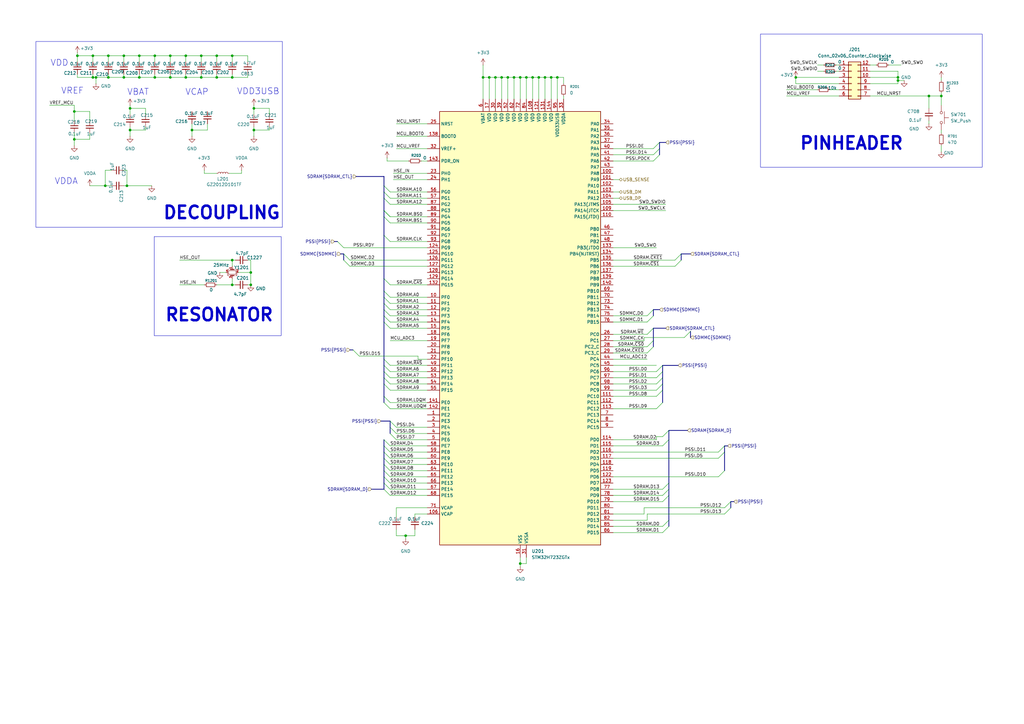
<source format=kicad_sch>
(kicad_sch (version 20250114) (generator "eeschema") (generator_version "9.0")
  (paper "A3")
  (bus_alias "RMII" (members "MDIO" "REF_CLK" "RXD[0..1]" "TXD[0..1]" "MDC" "TX_EN" "RX_EN"))
  (rectangle (start 63.246 97.028) (end 115.316 137.668))
  (rectangle (start 311.912 13.97) (end 402.844 68.58))
  (rectangle (start 14.732 17.018) (end 115.824 93.218))
  (text "PINHEADER" (at 349.25 58.928 0) (effects (font (size 5.08 5.08) (thickness 1.016) (bold yes))))
  (text "VCAP" (at 80.772 37.846 0) (effects (font (size 2.54 2.54))))
  (text "VDD3USB" (at 105.918 37.592 0) (effects (font (size 2.54 2.54))))
  (text "VDD" (at 24.384 25.908 0) (effects (font (size 2.54 2.54))))
  (text "RESONATOR" (at 89.916 129.286 0) (effects (font (size 5.08 5.08) (thickness 1.016) (bold yes))))
  (text "VREF" (at 29.718 37.338 0) (effects (font (size 2.54 2.54))))
  (text "DECOUPLING" (at 90.932 87.376 0) (effects (font (size 5.08 5.08) (thickness 1.016) (bold yes))))
  (text "VBAT" (at 56.642 37.846 0) (effects (font (size 2.54 2.54))))
  (text "VDDA" (at 27.178 74.422 0) (effects (font (size 2.54 2.54))))
  (junction (at 76.2 22.86))
  (junction (at 50.8 22.86))
  (junction (at 63.5 22.86))
  (junction (at 38.1 22.86))
  (junction (at 228.6 31.75))
  (junction (at 198.12 31.75))
  (junction (at 53.34 53.34))
  (junction (at 57.15 31.75))
  (junction (at 213.36 231.14))
  (junction (at 76.2 31.75))
  (junction (at 44.45 22.86))
  (junction (at 95.25 22.86))
  (junction (at 30.48 57.15))
  (junction (at 205.74 31.75))
  (junction (at 368.3 33.02))
  (junction (at 52.07 76.2))
  (junction (at 38.1 31.75))
  (junction (at 53.34 44.45))
  (junction (at 200.66 31.75))
  (junction (at 102.87 116.84))
  (junction (at 88.9 31.75))
  (junction (at 210.82 31.75))
  (junction (at 102.87 111.76))
  (junction (at 223.52 31.75))
  (junction (at 31.75 22.86))
  (junction (at 218.44 31.75))
  (junction (at 213.36 31.75))
  (junction (at 57.15 22.86))
  (junction (at 69.85 31.75))
  (junction (at 88.9 22.86))
  (junction (at 386.08 39.37))
  (junction (at 44.45 31.75))
  (junction (at 78.74 53.34))
  (junction (at 368.3 31.75))
  (junction (at 226.06 31.75))
  (junction (at 95.25 116.84))
  (junction (at 82.55 31.75))
  (junction (at 82.55 22.86))
  (junction (at 166.37 219.71))
  (junction (at 95.25 106.68))
  (junction (at 39.37 31.75))
  (junction (at 203.2 31.75))
  (junction (at 220.98 31.75))
  (junction (at 104.14 53.34))
  (junction (at 215.9 31.75))
  (junction (at 63.5 31.75))
  (junction (at 381 39.37))
  (junction (at 95.25 31.75))
  (junction (at 50.8 31.75))
  (junction (at 30.48 45.72))
  (junction (at 69.85 22.86))
  (junction (at 43.18 76.2))
  (junction (at 104.14 44.45))
  (junction (at 326.39 31.75))
  (junction (at 208.28 31.75))
  (bus_entry (at 269.24 152.4) (size 2.54 -2.54))
  (bus_entry (at 294.64 185.42) (size 2.54 -2.54))
  (bus_entry (at 265.43 132.08) (size 2.54 -2.54))
  (bus_entry (at 279.4 106.68) (size -2.54 2.54))
  (bus_entry (at 157.48 121.92) (size 2.54 2.54))
  (bus_entry (at 267.97 60.96) (size 2.54 -2.54))
  (bus_entry (at 157.48 78.74) (size 2.54 2.54))
  (bus_entry (at 269.24 162.56) (size 2.54 -2.54))
  (bus_entry (at 160.02 172.72) (size 2.54 2.54))
  (bus_entry (at 157.48 147.32) (size 2.54 2.54))
  (bus_entry (at 157.48 76.2) (size 2.54 2.54))
  (bus_entry (at 157.48 195.58) (size 2.54 2.54))
  (bus_entry (at 265.43 129.54) (size 2.54 -2.54))
  (bus_entry (at 157.48 86.36) (size 2.54 2.54))
  (bus_entry (at 157.48 200.66) (size 2.54 2.54))
  (bus_entry (at 267.97 63.5) (size 2.54 -2.54))
  (bus_entry (at 274.32 176.53) (size -2.54 2.54))
  (bus_entry (at 269.24 160.02) (size 2.54 -2.54))
  (bus_entry (at 157.48 114.3) (size 2.54 2.54))
  (bus_entry (at 138.43 99.06) (size 2.54 2.54))
  (bus_entry (at 269.24 157.48) (size 2.54 -2.54))
  (bus_entry (at 157.48 182.88) (size 2.54 2.54))
  (bus_entry (at 157.48 132.08) (size 2.54 2.54))
  (bus_entry (at 274.32 213.36) (size -2.54 2.54))
  (bus_entry (at 157.48 149.86) (size 2.54 2.54))
  (bus_entry (at 274.32 200.66) (size -2.54 2.54))
  (bus_entry (at 269.24 154.94) (size 2.54 -2.54))
  (bus_entry (at 274.32 198.12) (size -2.54 2.54))
  (bus_entry (at 160.02 175.26) (size 2.54 2.54))
  (bus_entry (at 157.48 162.56) (size 2.54 2.54))
  (bus_entry (at 157.48 81.28) (size 2.54 2.54))
  (bus_entry (at 157.48 193.04) (size 2.54 2.54))
  (bus_entry (at 267.97 142.24) (size -2.54 2.54))
  (bus_entry (at 157.48 180.34) (size 2.54 2.54))
  (bus_entry (at 144.78 143.51) (size 2.54 2.54))
  (bus_entry (at 157.48 96.52) (size 2.54 2.54))
  (bus_entry (at 297.18 208.28) (size 2.54 -2.54))
  (bus_entry (at 157.48 88.9) (size 2.54 2.54))
  (bus_entry (at 157.48 127) (size 2.54 2.54))
  (bus_entry (at 274.32 215.9) (size -2.54 2.54))
  (bus_entry (at 297.18 210.82) (size 2.54 -2.54))
  (bus_entry (at 267.97 134.62) (size -2.54 2.54))
  (bus_entry (at 157.48 190.5) (size 2.54 2.54))
  (bus_entry (at 157.48 187.96) (size 2.54 2.54))
  (bus_entry (at 157.48 124.46) (size 2.54 2.54))
  (bus_entry (at 280.67 138.43) (size 2.54 -2.54))
  (bus_entry (at 157.48 157.48) (size 2.54 2.54))
  (bus_entry (at 157.48 152.4) (size 2.54 2.54))
  (bus_entry (at 143.51 109.22) (size -2.54 -2.54))
  (bus_entry (at 267.97 66.04) (size 2.54 -2.54))
  (bus_entry (at 157.48 86.36) (size 2.54 2.54))
  (bus_entry (at 274.32 180.34) (size -2.54 2.54))
  (bus_entry (at 267.97 139.7) (size -2.54 2.54))
  (bus_entry (at 274.32 203.2) (size -2.54 2.54))
  (bus_entry (at 294.64 187.96) (size 2.54 -2.54))
  (bus_entry (at 157.48 198.12) (size 2.54 2.54))
  (bus_entry (at 157.48 154.94) (size 2.54 2.54))
  (bus_entry (at 294.64 195.58) (size 2.54 -2.54))
  (bus_entry (at 269.24 167.64) (size 2.54 -2.54))
  (bus_entry (at 157.48 185.42) (size 2.54 2.54))
  (bus_entry (at 279.4 104.14) (size -2.54 2.54))
  (bus_entry (at 160.02 177.8) (size 2.54 2.54))
  (bus_entry (at 157.48 129.54) (size 2.54 2.54))
  (bus_entry (at 157.48 119.38) (size 2.54 2.54))
  (bus_entry (at 143.51 106.68) (size -2.54 -2.54))
  (bus_entry (at 157.48 165.1) (size 2.54 2.54))
  (wire (pts (xy 160.02 182.88) (xy 175.26 182.88)))
  (wire (pts (xy 381 44.45) (xy 381 39.37)))
  (wire (pts (xy 104.14 44.45) (xy 104.14 46.99)))
  (wire (pts (xy 356.87 29.21) (xy 368.3 29.21)))
  (wire (pts (xy 322.58 36.83) (xy 335.28 36.83)))
  (bus (pts (xy 157.48 81.28) (xy 157.48 86.36)))
  (wire (pts (xy 160.02 203.2) (xy 175.26 203.2)))
  (wire (pts (xy 104.14 53.34) (xy 110.49 53.34)))
  (wire (pts (xy 101.6 22.86) (xy 95.25 22.86)))
  (wire (pts (xy 220.98 31.75) (xy 220.98 40.64)))
  (wire (pts (xy 101.6 30.48) (xy 101.6 31.75)))
  (wire (pts (xy 160.02 139.7) (xy 175.26 139.7)))
  (bus (pts (xy 274.32 213.36) (xy 274.32 215.9)))
  (wire (pts (xy 265.43 213.36) (xy 251.46 213.36)))
  (bus (pts (xy 157.48 72.39) (xy 157.48 76.2)))
  (wire (pts (xy 251.46 187.96) (xy 294.64 187.96)))
  (wire (pts (xy 198.12 31.75) (xy 200.66 31.75)))
  (wire (pts (xy 228.6 31.75) (xy 231.14 31.75)))
  (wire (pts (xy 166.37 219.71) (xy 170.18 219.71)))
  (wire (pts (xy 251.46 129.54) (xy 265.43 129.54)))
  (wire (pts (xy 170.18 210.82) (xy 175.26 210.82)))
  (bus (pts (xy 152.4 200.66) (xy 157.48 200.66)))
  (wire (pts (xy 63.5 31.75) (xy 69.85 31.75)))
  (wire (pts (xy 251.46 200.66) (xy 271.78 200.66)))
  (bus (pts (xy 157.48 198.12) (xy 157.48 195.58)))
  (bus (pts (xy 137.16 99.06) (xy 138.43 99.06)))
  (wire (pts (xy 251.46 147.32) (xy 265.43 147.32)))
  (bus (pts (xy 279.4 104.14) (xy 283.21 104.14)))
  (wire (pts (xy 31.75 22.86) (xy 31.75 25.4)))
  (bus (pts (xy 300.99 205.74) (xy 299.72 205.74)))
  (wire (pts (xy 386.08 38.1) (xy 386.08 39.37)))
  (wire (pts (xy 160.02 152.4) (xy 175.26 152.4)))
  (bus (pts (xy 143.51 143.51) (xy 144.78 143.51)))
  (bus (pts (xy 157.48 193.04) (xy 157.48 195.58)))
  (wire (pts (xy 322.58 39.37) (xy 344.17 39.37)))
  (wire (pts (xy 200.66 31.75) (xy 200.66 40.64)))
  (bus (pts (xy 274.32 198.12) (xy 274.32 180.34)))
  (wire (pts (xy 39.37 31.75) (xy 44.45 31.75)))
  (wire (pts (xy 356.87 26.67) (xy 359.41 26.67)))
  (wire (pts (xy 335.28 26.67) (xy 337.82 26.67)))
  (bus (pts (xy 271.78 154.94) (xy 271.78 157.48)))
  (bus (pts (xy 157.48 86.36) (xy 157.48 88.9)))
  (wire (pts (xy 215.9 31.75) (xy 218.44 31.75)))
  (wire (pts (xy 44.45 31.75) (xy 50.8 31.75)))
  (wire (pts (xy 143.51 106.68) (xy 175.26 106.68)))
  (wire (pts (xy 20.32 43.18) (xy 30.48 43.18)))
  (wire (pts (xy 160.02 154.94) (xy 175.26 154.94)))
  (wire (pts (xy 69.85 22.86) (xy 69.85 25.4)))
  (wire (pts (xy 63.5 31.75) (xy 63.5 30.48)))
  (bus (pts (xy 157.48 129.54) (xy 157.48 132.08)))
  (wire (pts (xy 104.14 53.34) (xy 104.14 52.07)))
  (wire (pts (xy 53.34 43.18) (xy 53.34 44.45)))
  (wire (pts (xy 269.24 180.34) (xy 251.46 180.34)))
  (bus (pts (xy 157.48 157.48) (xy 157.48 162.56)))
  (wire (pts (xy 265.43 210.82) (xy 297.18 210.82)))
  (wire (pts (xy 162.56 50.8) (xy 175.26 50.8)))
  (wire (pts (xy 335.28 29.21) (xy 337.82 29.21)))
  (bus (pts (xy 157.48 78.74) (xy 157.48 81.28)))
  (bus (pts (xy 157.48 114.3) (xy 157.48 119.38)))
  (wire (pts (xy 381 39.37) (xy 386.08 39.37)))
  (wire (pts (xy 162.56 217.17) (xy 162.56 219.71)))
  (wire (pts (xy 175.26 208.28) (xy 162.56 208.28)))
  (wire (pts (xy 96.52 116.84) (xy 95.25 116.84)))
  (wire (pts (xy 88.9 31.75) (xy 95.25 31.75)))
  (wire (pts (xy 162.56 175.26) (xy 175.26 175.26)))
  (bus (pts (xy 297.18 182.88) (xy 297.18 185.42)))
  (wire (pts (xy 36.83 76.2) (xy 43.18 76.2)))
  (wire (pts (xy 251.46 215.9) (xy 271.78 215.9)))
  (wire (pts (xy 172.72 66.04) (xy 175.26 66.04)))
  (wire (pts (xy 160.02 81.28) (xy 175.26 81.28)))
  (wire (pts (xy 30.48 45.72) (xy 36.83 45.72)))
  (wire (pts (xy 160.02 132.08) (xy 175.26 132.08)))
  (wire (pts (xy 44.45 22.86) (xy 50.8 22.86)))
  (wire (pts (xy 102.87 111.76) (xy 97.79 111.76)))
  (wire (pts (xy 160.02 134.62) (xy 175.26 134.62)))
  (wire (pts (xy 251.46 66.04) (xy 267.97 66.04)))
  (wire (pts (xy 110.49 44.45) (xy 110.49 46.99)))
  (bus (pts (xy 274.32 213.36) (xy 274.32 203.2)))
  (wire (pts (xy 44.45 22.86) (xy 44.45 25.4)))
  (wire (pts (xy 160.02 99.06) (xy 175.26 99.06)))
  (wire (pts (xy 69.85 31.75) (xy 69.85 30.48)))
  (wire (pts (xy 251.46 139.7) (xy 264.16 139.7)))
  (wire (pts (xy 171.45 147.32) (xy 175.26 147.32)))
  (bus (pts (xy 157.48 187.96) (xy 157.48 190.5)))
  (bus (pts (xy 267.97 139.7) (xy 267.97 142.24)))
  (wire (pts (xy 30.48 43.18) (xy 30.48 45.72)))
  (wire (pts (xy 52.07 76.2) (xy 50.8 76.2)))
  (wire (pts (xy 228.6 31.75) (xy 228.6 40.64)))
  (wire (pts (xy 99.06 69.85) (xy 99.06 71.12)))
  (wire (pts (xy 386.08 53.34) (xy 386.08 54.61)))
  (wire (pts (xy 160.02 116.84) (xy 175.26 116.84)))
  (wire (pts (xy 269.24 179.07) (xy 271.78 179.07)))
  (wire (pts (xy 50.8 22.86) (xy 57.15 22.86)))
  (bus (pts (xy 267.97 134.62) (xy 267.97 139.7)))
  (wire (pts (xy 198.12 26.67) (xy 198.12 31.75)))
  (wire (pts (xy 50.8 22.86) (xy 50.8 25.4)))
  (wire (pts (xy 101.6 25.4) (xy 101.6 22.86)))
  (wire (pts (xy 386.08 39.37) (xy 386.08 43.18)))
  (wire (pts (xy 215.9 228.6) (xy 215.9 231.14)))
  (wire (pts (xy 53.34 53.34) (xy 53.34 55.88)))
  (wire (pts (xy 30.48 45.72) (xy 30.48 49.53)))
  (wire (pts (xy 73.66 106.68) (xy 95.25 106.68)))
  (bus (pts (xy 271.78 152.4) (xy 271.78 154.94)))
  (bus (pts (xy 267.97 134.62) (xy 273.05 134.62)))
  (wire (pts (xy 83.82 69.85) (xy 83.82 71.12)))
  (wire (pts (xy 251.46 162.56) (xy 269.24 162.56)))
  (wire (pts (xy 170.18 212.09) (xy 170.18 210.82)))
  (wire (pts (xy 160.02 198.12) (xy 175.26 198.12)))
  (bus (pts (xy 274.32 180.34) (xy 274.32 176.53)))
  (wire (pts (xy 160.02 127) (xy 175.26 127)))
  (wire (pts (xy 160.02 187.96) (xy 175.26 187.96)))
  (bus (pts (xy 157.48 187.96) (xy 157.48 185.42)))
  (wire (pts (xy 38.1 31.75) (xy 39.37 31.75)))
  (wire (pts (xy 251.46 157.48) (xy 269.24 157.48)))
  (wire (pts (xy 161.29 71.12) (xy 175.26 71.12)))
  (wire (pts (xy 356.87 34.29) (xy 368.3 34.29)))
  (bus (pts (xy 299.72 205.74) (xy 299.72 208.28)))
  (wire (pts (xy 50.8 31.75) (xy 50.8 30.48)))
  (wire (pts (xy 251.46 218.44) (xy 271.78 218.44)))
  (wire (pts (xy 31.75 22.86) (xy 38.1 22.86)))
  (wire (pts (xy 226.06 31.75) (xy 228.6 31.75)))
  (wire (pts (xy 166.37 219.71) (xy 166.37 220.98)))
  (wire (pts (xy 203.2 31.75) (xy 205.74 31.75)))
  (bus (pts (xy 157.48 162.56) (xy 157.48 165.1)))
  (wire (pts (xy 226.06 31.75) (xy 226.06 40.64)))
  (wire (pts (xy 30.48 57.15) (xy 30.48 59.69)))
  (wire (pts (xy 251.46 160.02) (xy 269.24 160.02)))
  (wire (pts (xy 38.1 22.86) (xy 44.45 22.86)))
  (wire (pts (xy 59.69 53.34) (xy 59.69 52.07)))
  (bus (pts (xy 157.48 200.66) (xy 157.48 198.12)))
  (wire (pts (xy 53.34 53.34) (xy 59.69 53.34)))
  (wire (pts (xy 161.29 73.66) (xy 175.26 73.66)))
  (wire (pts (xy 53.34 53.34) (xy 53.34 52.07)))
  (wire (pts (xy 160.02 121.92) (xy 175.26 121.92)))
  (bus (pts (xy 157.48 132.08) (xy 157.48 147.32)))
  (wire (pts (xy 140.97 101.6) (xy 175.26 101.6)))
  (wire (pts (xy 264.16 208.28) (xy 297.18 208.28)))
  (wire (pts (xy 251.46 137.16) (xy 265.43 137.16)))
  (wire (pts (xy 82.55 22.86) (xy 82.55 25.4)))
  (bus (pts (xy 157.48 76.2) (xy 157.48 78.74)))
  (wire (pts (xy 251.46 109.22) (xy 276.86 109.22)))
  (wire (pts (xy 57.15 31.75) (xy 63.5 31.75)))
  (wire (pts (xy 78.74 53.34) (xy 85.09 53.34)))
  (wire (pts (xy 160.02 165.1) (xy 175.26 165.1)))
  (wire (pts (xy 69.85 31.75) (xy 76.2 31.75)))
  (bus (pts (xy 271.78 160.02) (xy 271.78 165.1)))
  (bus (pts (xy 157.48 124.46) (xy 157.48 127)))
  (wire (pts (xy 83.82 116.84) (xy 73.66 116.84)))
  (wire (pts (xy 231.14 39.37) (xy 231.14 40.64)))
  (wire (pts (xy 63.5 22.86) (xy 69.85 22.86)))
  (wire (pts (xy 147.32 146.05) (xy 171.45 146.05)))
  (wire (pts (xy 251.46 182.88) (xy 271.78 182.88)))
  (wire (pts (xy 223.52 31.75) (xy 223.52 40.64)))
  (wire (pts (xy 162.56 55.88) (xy 175.26 55.88)))
  (wire (pts (xy 205.74 31.75) (xy 205.74 40.64)))
  (wire (pts (xy 93.98 71.12) (xy 99.06 71.12)))
  (wire (pts (xy 251.46 167.64) (xy 269.24 167.64)))
  (wire (pts (xy 101.6 31.75) (xy 95.25 31.75)))
  (wire (pts (xy 160.02 83.82) (xy 175.26 83.82)))
  (wire (pts (xy 96.52 106.68) (xy 95.25 106.68)))
  (wire (pts (xy 38.1 31.75) (xy 38.1 30.48)))
  (wire (pts (xy 158.75 64.77) (xy 158.75 66.04)))
  (wire (pts (xy 39.37 31.75) (xy 39.37 34.29)))
  (wire (pts (xy 104.14 44.45) (xy 110.49 44.45)))
  (wire (pts (xy 342.9 26.67) (xy 344.17 26.67)))
  (wire (pts (xy 160.02 157.48) (xy 175.26 157.48)))
  (bus (pts (xy 274.32 200.66) (xy 274.32 203.2)))
  (wire (pts (xy 50.8 31.75) (xy 57.15 31.75)))
  (wire (pts (xy 264.16 210.82) (xy 251.46 210.82)))
  (wire (pts (xy 43.18 76.2) (xy 43.18 69.85)))
  (wire (pts (xy 386.08 31.75) (xy 386.08 33.02)))
  (wire (pts (xy 364.49 26.67) (xy 369.57 26.67)))
  (wire (pts (xy 102.87 111.76) (xy 102.87 116.84)))
  (wire (pts (xy 59.69 44.45) (xy 59.69 46.99)))
  (wire (pts (xy 251.46 73.66) (xy 254 73.66)))
  (wire (pts (xy 160.02 160.02) (xy 175.26 160.02)))
  (wire (pts (xy 160.02 190.5) (xy 175.26 190.5)))
  (bus (pts (xy 271.78 149.86) (xy 278.13 149.86)))
  (wire (pts (xy 102.87 116.84) (xy 101.6 116.84)))
  (wire (pts (xy 251.46 154.94) (xy 269.24 154.94)))
  (bus (pts (xy 157.48 180.34) (xy 157.48 182.88)))
  (bus (pts (xy 271.78 149.86) (xy 271.78 152.4)))
  (wire (pts (xy 88.9 22.86) (xy 88.9 25.4)))
  (wire (pts (xy 88.9 22.86) (xy 95.25 22.86)))
  (wire (pts (xy 269.24 179.07) (xy 269.24 180.34)))
  (bus (pts (xy 271.78 157.48) (xy 271.78 160.02)))
  (bus (pts (xy 157.48 119.38) (xy 157.48 121.92)))
  (wire (pts (xy 356.87 39.37) (xy 381 39.37)))
  (wire (pts (xy 251.46 83.82) (xy 273.05 83.82)))
  (wire (pts (xy 368.3 33.02) (xy 368.3 31.75)))
  (wire (pts (xy 160.02 91.44) (xy 175.26 91.44)))
  (wire (pts (xy 82.55 22.86) (xy 88.9 22.86)))
  (wire (pts (xy 162.56 177.8) (xy 175.26 177.8)))
  (wire (pts (xy 265.43 210.82) (xy 265.43 213.36)))
  (wire (pts (xy 160.02 124.46) (xy 175.26 124.46)))
  (wire (pts (xy 251.46 149.86) (xy 269.24 149.86)))
  (wire (pts (xy 251.46 144.78) (xy 265.43 144.78)))
  (wire (pts (xy 31.75 21.59) (xy 31.75 22.86)))
  (wire (pts (xy 218.44 31.75) (xy 218.44 40.64)))
  (bus (pts (xy 157.48 182.88) (xy 157.48 185.42)))
  (wire (pts (xy 213.36 231.14) (xy 213.36 232.41)))
  (wire (pts (xy 223.52 31.75) (xy 226.06 31.75)))
  (wire (pts (xy 251.46 78.74) (xy 254 78.74)))
  (bus (pts (xy 157.48 152.4) (xy 157.48 154.94)))
  (wire (pts (xy 251.46 203.2) (xy 271.78 203.2)))
  (wire (pts (xy 57.15 31.75) (xy 57.15 30.48)))
  (wire (pts (xy 170.18 217.17) (xy 170.18 219.71)))
  (wire (pts (xy 251.46 185.42) (xy 294.64 185.42)))
  (wire (pts (xy 344.17 34.29) (xy 326.39 34.29)))
  (wire (pts (xy 162.56 208.28) (xy 162.56 212.09)))
  (wire (pts (xy 95.25 114.3) (xy 95.25 116.84)))
  (wire (pts (xy 251.46 81.28) (xy 254 81.28)))
  (wire (pts (xy 160.02 193.04) (xy 175.26 193.04)))
  (wire (pts (xy 167.64 66.04) (xy 158.75 66.04)))
  (wire (pts (xy 44.45 31.75) (xy 44.45 30.48)))
  (wire (pts (xy 251.46 60.96) (xy 267.97 60.96)))
  (wire (pts (xy 200.66 31.75) (xy 203.2 31.75)))
  (bus (pts (xy 140.97 104.14) (xy 139.7 104.14)))
  (wire (pts (xy 38.1 22.86) (xy 38.1 25.4)))
  (bus (pts (xy 298.45 182.88) (xy 297.18 182.88)))
  (bus (pts (xy 270.51 60.96) (xy 270.51 58.42)))
  (bus (pts (xy 157.48 154.94) (xy 157.48 157.48)))
  (wire (pts (xy 215.9 31.75) (xy 215.9 40.64)))
  (bus (pts (xy 160.02 172.72) (xy 156.21 172.72)))
  (bus (pts (xy 270.51 63.5) (xy 270.51 60.96)))
  (wire (pts (xy 36.83 57.15) (xy 36.83 54.61)))
  (wire (pts (xy 213.36 228.6) (xy 213.36 231.14)))
  (bus (pts (xy 270.51 58.42) (xy 273.05 58.42)))
  (wire (pts (xy 264.16 138.43) (xy 264.16 139.7)))
  (wire (pts (xy 76.2 31.75) (xy 76.2 30.48)))
  (wire (pts (xy 95.25 116.84) (xy 88.9 116.84)))
  (wire (pts (xy 340.36 36.83) (xy 344.17 36.83)))
  (wire (pts (xy 205.74 31.75) (xy 208.28 31.75)))
  (wire (pts (xy 143.51 109.22) (xy 175.26 109.22)))
  (wire (pts (xy 160.02 200.66) (xy 175.26 200.66)))
  (wire (pts (xy 160.02 129.54) (xy 175.26 129.54)))
  (wire (pts (xy 342.9 29.21) (xy 344.17 29.21)))
  (wire (pts (xy 92.71 111.76) (xy 90.17 111.76)))
  (wire (pts (xy 381 50.8) (xy 381 49.53)))
  (wire (pts (xy 251.46 142.24) (xy 265.43 142.24)))
  (bus (pts (xy 157.48 147.32) (xy 157.48 149.86)))
  (bus (pts (xy 157.48 127) (xy 157.48 129.54)))
  (wire (pts (xy 85.09 53.34) (xy 85.09 50.8)))
  (bus (pts (xy 267.97 127) (xy 267.97 129.54)))
  (wire (pts (xy 95.25 22.86) (xy 95.25 25.4)))
  (bus (pts (xy 146.05 72.39) (xy 157.48 72.39)))
  (wire (pts (xy 213.36 231.14) (xy 215.9 231.14)))
  (wire (pts (xy 280.67 138.43) (xy 264.16 138.43)))
  (wire (pts (xy 208.28 31.75) (xy 210.82 31.75)))
  (wire (pts (xy 76.2 22.86) (xy 76.2 25.4)))
  (wire (pts (xy 160.02 167.64) (xy 175.26 167.64)))
  (wire (pts (xy 83.82 71.12) (xy 88.9 71.12)))
  (wire (pts (xy 251.46 195.58) (xy 294.64 195.58)))
  (wire (pts (xy 43.18 69.85) (xy 45.72 69.85)))
  (wire (pts (xy 53.34 44.45) (xy 53.34 46.99)))
  (bus (pts (xy 160.02 175.26) (xy 160.02 172.72)))
  (wire (pts (xy 198.12 31.75) (xy 198.12 40.64)))
  (wire (pts (xy 76.2 31.75) (xy 82.55 31.75)))
  (wire (pts (xy 210.82 31.75) (xy 213.36 31.75)))
  (wire (pts (xy 210.82 31.75) (xy 210.82 40.64)))
  (wire (pts (xy 95.25 106.68) (xy 95.25 109.22)))
  (wire (pts (xy 326.39 31.75) (xy 344.17 31.75)))
  (wire (pts (xy 52.07 76.2) (xy 62.23 76.2)))
  (wire (pts (xy 251.46 101.6) (xy 269.24 101.6)))
  (wire (pts (xy 69.85 22.86) (xy 76.2 22.86)))
  (wire (pts (xy 231.14 31.75) (xy 231.14 34.29)))
  (wire (pts (xy 171.45 146.05) (xy 171.45 147.32)))
  (wire (pts (xy 104.14 43.18) (xy 104.14 44.45)))
  (wire (pts (xy 160.02 78.74) (xy 175.26 78.74)))
  (wire (pts (xy 162.56 180.34) (xy 175.26 180.34)))
  (wire (pts (xy 370.84 33.02) (xy 368.3 33.02)))
  (wire (pts (xy 110.49 53.34) (xy 110.49 52.07)))
  (wire (pts (xy 30.48 57.15) (xy 36.83 57.15)))
  (wire (pts (xy 251.46 152.4) (xy 269.24 152.4)))
  (wire (pts (xy 203.2 31.75) (xy 203.2 40.64)))
  (wire (pts (xy 36.83 45.72) (xy 36.83 49.53)))
  (wire (pts (xy 82.55 31.75) (xy 82.55 30.48)))
  (wire (pts (xy 43.18 76.2) (xy 45.72 76.2)))
  (wire (pts (xy 251.46 63.5) (xy 267.97 63.5)))
  (wire (pts (xy 82.55 31.75) (xy 88.9 31.75)))
  (wire (pts (xy 213.36 31.75) (xy 213.36 40.64)))
  (wire (pts (xy 160.02 195.58) (xy 175.26 195.58)))
  (wire (pts (xy 251.46 86.36) (xy 273.05 86.36)))
  (wire (pts (xy 162.56 60.96) (xy 175.26 60.96)))
  (bus (pts (xy 157.48 190.5) (xy 157.48 193.04)))
  (wire (pts (xy 368.3 29.21) (xy 368.3 31.75)))
  (wire (pts (xy 57.15 22.86) (xy 63.5 22.86)))
  (wire (pts (xy 52.07 69.85) (xy 50.8 69.85)))
  (bus (pts (xy 274.32 198.12) (xy 274.32 200.66)))
  (bus (pts (xy 157.48 121.92) (xy 157.48 124.46)))
  (wire (pts (xy 220.98 31.75) (xy 223.52 31.75)))
  (wire (pts (xy 251.46 132.08) (xy 265.43 132.08)))
  (bus (pts (xy 140.97 104.14) (xy 140.97 106.68)))
  (wire (pts (xy 52.07 76.2) (xy 52.07 69.85)))
  (wire (pts (xy 57.15 22.86) (xy 57.15 25.4)))
  (wire (pts (xy 264.16 208.28) (xy 264.16 210.82)))
  (bus (pts (xy 157.48 96.52) (xy 157.48 114.3)))
  (wire (pts (xy 78.74 50.8) (xy 78.74 53.34)))
  (wire (pts (xy 166.37 219.71) (xy 162.56 219.71)))
  (wire (pts (xy 368.3 34.29) (xy 368.3 33.02)))
  (wire (pts (xy 95.25 31.75) (xy 95.25 30.48)))
  (wire (pts (xy 88.9 31.75) (xy 88.9 30.48)))
  (wire (pts (xy 251.46 106.68) (xy 276.86 106.68)))
  (wire (pts (xy 160.02 88.9) (xy 175.26 88.9)))
  (wire (pts (xy 102.87 106.68) (xy 101.6 106.68)))
  (wire (pts (xy 63.5 22.86) (xy 63.5 25.4)))
  (wire (pts (xy 251.46 205.74) (xy 271.78 205.74)))
  (wire (pts (xy 208.28 31.75) (xy 208.28 40.64)))
  (bus (pts (xy 157.48 152.4) (xy 157.48 149.86)))
  (wire (pts (xy 160.02 185.42) (xy 175.26 185.42)))
  (bus (pts (xy 279.4 104.14) (xy 279.4 106.68)))
  (bus (pts (xy 157.48 88.9) (xy 157.48 96.52)))
  (wire (pts (xy 76.2 22.86) (xy 82.55 22.86)))
  (bus (pts (xy 160.02 177.8) (xy 160.02 175.26)))
  (bus (pts (xy 267.97 127) (xy 270.51 127)))
  (wire (pts (xy 213.36 31.75) (xy 215.9 31.75)))
  (wire (pts (xy 104.14 53.34) (xy 104.14 55.88)))
  (wire (pts (xy 218.44 31.75) (xy 220.98 31.75)))
  (bus (pts (xy 297.18 185.42) (xy 297.18 193.04)))
  (wire (pts (xy 78.74 53.34) (xy 78.74 55.88)))
  (bus (pts (xy 281.94 176.53) (xy 274.32 176.53)))
  (wire (pts (xy 31.75 31.75) (xy 31.75 30.48)))
  (wire (pts (xy 160.02 149.86) (xy 175.26 149.86)))
  (bus (pts (xy 283.21 138.43) (xy 283.21 135.89)))
  (wire (pts (xy 38.1 31.75) (xy 31.75 31.75)))
  (wire (pts (xy 326.39 34.29) (xy 326.39 31.75)))
  (wire (pts (xy 102.87 106.68) (xy 102.87 111.76)))
  (wire (pts (xy 53.34 44.45) (xy 59.69 44.45)))
  (wire (pts (xy 386.08 59.69) (xy 386.08 62.23)))
  (wire (pts (xy 30.48 57.15) (xy 30.48 54.61)))
  (wire (pts (xy 356.87 31.75) (xy 368.3 31.75)))
  (label "SDMMC.D1" (at 254 132.08 0))
  (label "PSSI.D4" (at 162.56 175.26 0))
  (label "SDRAM.D0" (at 270.51 215.9 180))
  (label "SWD_SWO" (at 269.24 101.6 180))
  (label "MCU_BOOT0" (at 322.58 36.83 0))
  (label "PSSI.DE" (at 264.16 60.96 180))
  (label "SDRAM.D13" (at 270.51 200.66 180))
  (label "SDRAM.D6" (at 160.02 187.96 0))
  (label "PSSI.D3" (at 265.43 160.02 180))
  (label "SDRAM.D15" (at 270.51 205.74 180))
  (label "PSSI.RDY" (at 144.78 101.6 0))
  (label "SDRAM.A8" (at 162.56 157.48 0))
  (label "SDRAM.A6" (at 162.56 152.4 0))
  (label "SDRAM.~{RAS}" (at 162.56 149.86 0))
  (label "PSSI.D8" (at 265.43 162.56 180))
  (label "SDRAM.CLK" (at 162.56 99.06 0))
  (label "PSSI.D0" (at 265.43 152.4 180))
  (label "SDRAM.~{CKE0}" (at 264.16 144.78 180))
  (label "SWD_SWO" (at 369.57 26.67 0))
  (label "SDRAM.A3" (at 162.56 129.54 0))
  (label "SDRAM.A5" (at 162.56 134.62 0))
  (label "SDRAM.D9" (at 160.02 195.58 0))
  (label "MCU_ADC12" (at 265.43 147.32 180))
  (label "SDRAM.A12" (at 162.56 83.82 0))
  (label "SDRAM.D4" (at 160.02 182.88 0))
  (label "PSSI.D14" (at 265.43 63.5 180))
  (label "SDRAM.D12" (at 160.02 203.2 0))
  (label "SDRAM.LDQM" (at 162.56 165.1 0))
  (label "SDMMC.CK" (at 264.16 139.7 180))
  (label "SWD_SWDIO" (at 335.28 29.21 180))
  (label "HSE_IN" (at 73.66 116.84 0))
  (label "PSSI.D7" (at 162.56 180.34 0))
  (label "MCU_ADC3" (at 160.02 139.7 0))
  (label "SDRAM.BS1" (at 162.56 91.44 0))
  (label "SDRAM.D2" (at 269.24 180.34 180))
  (label "SDRAM.A7" (at 162.56 154.94 0))
  (label "HSE_IN" (at 161.29 71.12 0))
  (label "SDRAM.UDQM" (at 162.56 167.64 0))
  (label "SDRAM.D8" (at 160.02 193.04 0))
  (label "PSSI.D1" (at 265.43 154.94 180))
  (label "SDRAM.A0" (at 162.56 121.92 0))
  (label "PSSI.D15" (at 147.32 146.05 0))
  (label "HSE_OUT" (at 161.29 73.66 0))
  (label "SDMMC.D0" (at 254 129.54 0))
  (label "PSSI.D12" (at 295.91 208.28 180))
  (label "SDRAM.~{CS0}" (at 264.16 142.24 180))
  (label "SDRAM.D11" (at 160.02 200.66 0))
  (label "HSE_OUT" (at 73.66 106.68 0))
  (label "SDRAM.BS0" (at 162.56 88.9 0))
  (label "PSSI.D2" (at 265.43 157.48 180))
  (label "SDRAM.A4" (at 162.56 132.08 0))
  (label "VREF_MCU" (at 20.32 43.18 0))
  (label "SDRAM.~{CKE1}" (at 271.78 106.68 180))
  (label "PSSI.PDCK" (at 266.7 66.04 180))
  (label "MCU_NRST" (at 369.57 39.37 180))
  (label "SDRAM.A9" (at 162.56 160.02 0))
  (label "MCU_NRST" (at 162.56 50.8 0))
  (label "MCU_BOOT0" (at 162.56 55.88 0))
  (label "SDRAM.A10" (at 162.56 78.74 0))
  (label "SDRAM.D5" (at 160.02 185.42 0))
  (label "PSSI.D13" (at 295.91 210.82 180))
  (label "SDRAM.A11" (at 162.56 81.28 0))
  (label "SDMMC.D2" (at 153.67 106.68 180))
  (label "SDRAM.~{WE}" (at 264.16 137.16 180))
  (label "SDRAM.D7" (at 160.02 190.5 0))
  (label "SDRAM.D14" (at 270.51 203.2 180))
  (label "PSSI.D10" (at 289.56 195.58 180))
  (label "SDRAM.~{CS1}" (at 270.51 109.22 180))
  (label "PSSI.D6" (at 162.56 177.8 0))
  (label "SWD_SWCLK" (at 273.05 86.36 180))
  (label "SDMMC.D3" (at 153.67 109.22 180))
  (label "SWD_SWCLK" (at 335.28 26.67 180))
  (label "SDRAM.A2" (at 162.56 127 0))
  (label "MCU_VREF" (at 322.58 39.37 0))
  (label "PSSI.D9" (at 265.43 167.64 180))
  (label "SDRAM.D3" (at 270.51 182.88 180))
  (label "SDRAM.~{CAS}" (at 162.56 116.84 0))
  (label "MCU_VREF" (at 162.56 60.96 0))
  (label "SDRAM.D10" (at 160.02 198.12 0))
  (label "SDRAM.A1" (at 162.56 124.46 0))
  (label "SWD_SWDIO" (at 273.05 83.82 180))
  (label "SDRAM.D1" (at 270.51 218.44 180))
  (label "PSSI.D11" (at 289.56 185.42 180))
  (label "PSSI.D5" (at 288.29 187.96 180))
  (hierarchical_label "PSSI{PSSI}" (shape input) (at 273.05 58.42 0))
  (hierarchical_label "PSSI{PSSI}" (shape input) (at 156.21 172.72 180))
  (hierarchical_label "USB_DM" (shape bidirectional) (at 254 78.74 0))
  (hierarchical_label "USB_DP" (shape bidirectional) (at 254 81.28 0))
  (hierarchical_label "SDRAM{SDRAM_CTL}" (shape input) (at 283.21 104.14 0))
  (hierarchical_label "USB_SENSE" (shape bidirectional) (at 254 73.66 0))
  (hierarchical_label "SDRAM{SDRAM_CTL}" (shape input) (at 273.05 134.62 0))
  (hierarchical_label "PSSI{PSSI}" (shape input) (at 300.99 205.74 0))
  (hierarchical_label "SDRAM{SDRAM_D}" (shape input) (at 152.4 200.66 180))
  (hierarchical_label "PSSI{PSSI}" (shape input) (at 143.51 143.51 180))
  (hierarchical_label "SDMMC{SDMMC}" (shape input) (at 139.7 104.14 180))
  (hierarchical_label "SDMMC{SDMMC}" (shape input) (at 283.21 138.43 0))
  (hierarchical_label "PSSI{PSSI}" (shape input) (at 298.45 182.88 0))
  (hierarchical_label "SDRAM{SDRAM_CTL}" (shape input) (at 146.05 72.39 180))
  (hierarchical_label "PSSI{PSSI}" (shape input) (at 278.13 149.86 0))
  (hierarchical_label "PSSI{PSSI}" (shape input) (at 137.16 99.06 180))
  (hierarchical_label "SDMMC{SDMMC}" (shape input) (at 270.51 127 0))
  (hierarchical_label "SDRAM{SDRAM_D}" (shape input) (at 281.94 176.53 0))
  (symbol (lib_id "Device:R_Small") (at 86.36 116.84 270) (mirror x) (unit 1)
    (property "Reference" "R1201" (at 86.614 115.062 90) (effects (font (size 1.016 1.016))))
    (property "Value" "0" (at 86.614 118.872 90))
    (property "Footprint" "Resistor_SMD:R_0402_1005Metric_Pad0.72x0.64mm_HandSolder" (effects (hide yes)))
    (property "Description" "Resistor, small symbol" (effects (hide yes)))
    (property "LCSC Part Number" "C17168" (effects (hide yes)))
    (property "Manufacturing Part Number" "0402WGF0000TCE" (effects (hide yes)))
  )
  (symbol (lib_id "power:VDDA") (at 36.83 76.2 0) (unit 1)
    (property "Reference" "#PWR0208" (effects (hide yes)))
    (property "Value" "VDDA" (at 36.83 71.12 0))
    (property "Description" "Power symbol creates a global label with name \"VDDA\"" (effects (hide yes)))
  )
  (symbol (lib_id "power:GND") (at 213.36 232.41 0) (unit 1)
    (property "Reference" "#PWR0201" (effects (hide yes)))
    (property "Value" "GND" (at 213.36 237.49 0))
    (property "Description" "Power symbol creates a global label with name \"GND\" , ground" (effects (hide yes)))
  )
  (symbol (lib_id "Device:R_Small") (at 340.36 29.21 270) (unit 1)
    (property "Reference" "R204" (at 340.614 29.464 90) (effects (font (size 1.016 1.016))))
    (property "Value" "0" (at 344.424 27.94 90))
    (property "Footprint" "Resistor_SMD:R_0805_2012Metric_Pad1.20x1.40mm_HandSolder" (effects (hide yes)))
    (property "Datasheet" "https://jlcpcb.com/api/file/downloadByFileSystemAccessId/8579706711113842688" (effects (hide yes)))
    (property "Description" "125mW" (effects (hide yes)))
    (property "LCSC Part Number" "C17477" (effects (hide yes)))
    (property "Manufacturing Part Number" "0805W8F0000T5E" (effects (hide yes)))
  )
  (symbol (lib_id "Device:R_Small") (at 340.36 26.67 270) (unit 1)
    (property "Reference" "R202" (at 340.36 26.67 90) (effects (font (size 1.016 1.016))))
    (property "Value" "0" (at 344.424 25.4 90))
    (property "Footprint" "Resistor_SMD:R_0805_2012Metric_Pad1.20x1.40mm_HandSolder" (effects (hide yes)))
    (property "Datasheet" "https://jlcpcb.com/api/file/downloadByFileSystemAccessId/8579706711113842688" (effects (hide yes)))
    (property "Description" "125mW" (effects (hide yes)))
    (property "LCSC Part Number" "C17477" (effects (hide yes)))
    (property "Manufacturing Part Number" "0805W8F0000T5E" (effects (hide yes)))
  )
  (symbol (lib_id "Device:R_Small") (at 170.18 66.04 270) (unit 1)
    (property "Reference" "R203" (at 170.688 63.754 90) (effects (font (size 1.016 1.016))))
    (property "Value" "0" (at 174.244 64.77 90))
    (property "Footprint" "Resistor_SMD:R_0805_2012Metric_Pad1.20x1.40mm_HandSolder" (effects (hide yes)))
    (property "Datasheet" "https://jlcpcb.com/api/file/downloadByFileSystemAccessId/8579706711113842688" (effects (hide yes)))
    (property "Description" "125mW" (effects (hide yes)))
    (property "LCSC Part Number" "C17477" (effects (hide yes)))
    (property "Manufacturing Part Number" "0805W8F0000T5E" (effects (hide yes)))
  )
  (symbol (lib_id "Device:C_Small") (at 82.55 27.94 0) (unit 1)
    (property "Reference" "C204" (at 76.2 29.718 0) (effects (justify left)))
    (property "Value" "0.1uF" (at 79.502 26.162 0) (effects (justify left)))
    (property "Footprint" "Capacitor_SMD:C_0201_0603Metric" (effects (hide yes)))
    (property "Datasheet" "https://jlcpcb.com/api/file/downloadByFileSystemAccessId/8603345729432014848" (effects (hide yes)))
    (property "Description" "X7R, +-10%" (effects (hide yes)))
    (property "LCSC Part Number" "C22435929" (effects (hide yes)))
    (property "Manufacturing Part Number" "CGA0201X7R104K160ET " (effects (hide yes)))
  )
  (symbol (lib_id "Device:C_Small") (at 170.18 214.63 0) (unit 1)
    (property "Reference" "C224" (at 172.72 214.63 0) (effects (justify left)))
    (property "Value" "0.1uF" (at 167.132 212.852 0) (effects (justify left)))
    (property "Footprint" "Capacitor_SMD:C_0201_0603Metric" (effects (hide yes)))
    (property "Datasheet" "https://jlcpcb.com/api/file/downloadByFileSystemAccessId/8603345729432014848" (effects (hide yes)))
    (property "Description" "X7R, +-10%" (effects (hide yes)))
    (property "LCSC Part Number" "C22435929" (effects (hide yes)))
    (property "Manufacturing Part Number" "CGA0201X7R104K160ET " (effects (hide yes)))
  )
  (symbol (lib_id "power:GND") (at 386.08 62.23 0) (unit 1)
    (property "Reference" "#PWR0702" (effects (hide yes)))
    (property "Value" "GND" (at 389.128 62.738 0))
    (property "Description" "Power symbol creates a global label with name \"GND\" , ground" (effects (hide yes)))
  )
  (symbol (lib_id "Device:R_Small") (at 386.08 57.15 0) (unit 1)
    (property "Reference" "R701" (at 388.62 55.8799 0) (effects (font (size 1.016 1.016)) (justify left)))
    (property "Value" "470" (at 388.62 58.4199 0) (effects (justify left)))
    (property "Footprint" "Resistor_SMD:R_0402_1005Metric" (effects (hide yes)))
    (property "Datasheet" "https://jlcpcb.com/api/file/downloadByFileSystemAccessId/8579705913233424384" (effects (hide yes)))
    (property "Description" "Resistor, small symbol" (effects (hide yes)))
    (property "LCSC Part Number" "C25117" (effects (hide yes)))
    (property "Manufacturing Part Number" "0402WGF4700TCE" (effects (hide yes)))
  )
  (symbol (lib_id "power:GND") (at 53.34 55.88 0) (unit 1)
    (property "Reference" "#PWR0211" (effects (hide yes)))
    (property "Value" "GND" (at 53.34 60.96 0))
    (property "Description" "Power symbol creates a global label with name \"GND\" , ground" (effects (hide yes)))
  )
  (symbol (lib_id "Device:L_Small") (at 91.44 71.12 90) (unit 1)
    (property "Reference" "L201" (at 91.44 73.406 90))
    (property "Value" "GZ2012D101TF" (at 91.948 75.692 90))
    (property "Footprint" "Inductor_SMD:L_0805_2012Metric" (effects (hide yes)))
    (property "Datasheet" "https://jlcpcb.com/api/file/downloadByFileSystemAccessId/8579709135115370496" (effects (hide yes)))
    (property "Description" "Inductor, small symbol" (effects (hide yes)))
    (property "LPN" "C1015" (effects (hide yes)))
    (property "MPN" "GZ2012D101TF" (effects (hide yes)))
  )
  (symbol (lib_id "power:GND") (at 104.14 55.88 0) (unit 1)
    (property "Reference" "#PWR0216" (effects (hide yes)))
    (property "Value" "GND" (at 104.14 60.96 0))
    (property "Description" "Power symbol creates a global label with name \"GND\" , ground" (effects (hide yes)))
  )
  (symbol (lib_id "Switch:SW_Push") (at 386.08 48.26 270) (unit 1)
    (property "Reference" "SW701" (at 389.89 46.9899 90) (effects (justify left)))
    (property "Value" "SW_Push" (at 389.89 49.5299 90) (effects (justify left)))
    (property "Footprint" "iw-misc:SW_TS-1088-AR02016" (effects (hide yes)))
    (property "Datasheet" "https://jlcpcb.com/api/file/downloadByFileSystemAccessId/8588886944068096000" (effects (hide yes)))
    (property "Description" "Push button switch, generic, two pins" (effects (hide yes)))
    (property "LCSC Part Number" "C720477" (effects (hide yes)))
    (property "Manufacturing Part Number" "TS-1088-AR02016" (effects (hide yes)))
  )
  (symbol (lib_id "power:+3V3") (at 104.14 43.18 0) (unit 1)
    (property "Reference" "#PWR0215" (effects (hide yes)))
    (property "Value" "+3V3" (at 107.95 41.402 0))
    (property "Description" "Power symbol creates a global label with name \"+3V3\"" (effects (hide yes)))
  )
  (symbol (lib_id "Device:R_Small") (at 386.08 35.56 0) (unit 1)
    (property "Reference" "R1203" (at 390.652 34.036 0) (effects (font (size 1.016 1.016))))
    (property "Value" "10k" (at 388.874 36.322 90))
    (property "Footprint" "Resistor_SMD:R_0603_1608Metric" (effects (hide yes)))
    (property "Datasheet" "https://jlcpcb.com/api/file/downloadByFileSystemAccessId/8579706265439817728" (effects (hide yes)))
    (property "Description" "Resistor, small symbol" (effects (hide yes)))
    (property "LCSC Part Number" "C25804" (effects (hide yes)))
    (property "Manufacturing Part Number" "0603WAF1002T5E" (effects (hide yes)))
  )
  (symbol (lib_id "power:GND") (at 39.37 34.29 0) (unit 1)
    (property "Reference" "#PWR0206" (effects (hide yes)))
    (property "Value" "GND" (at 43.434 35.306 0))
    (property "Description" "Power symbol creates a global label with name \"GND\" , ground" (effects (hide yes)))
  )
  (symbol (lib_id "power:+3V3") (at 326.39 31.75 0) (unit 1)
    (property "Reference" "#PWR0204" (effects (hide yes)))
    (property "Value" "+3V3" (at 322.58 30.734 0))
    (property "Description" "Power symbol creates a global label with name \"+3V3\"" (effects (hide yes)))
  )
  (symbol (lib_id "MCU_ST_STM32H7:STM32H723ZGTx") (at 213.36 134.62 0) (unit 1)
    (property "Reference" "U201" (at 218.0433 226.06 0) (effects (justify left)))
    (property "Value" "STM32H723ZGTx" (at 218.0433 228.6 0) (effects (justify left)))
    (property "Footprint" "Package_QFP:LQFP-144_20x20mm_P0.5mm" (effects (hide yes)))
    (property "Datasheet" "https://www.st.com/resource/en/datasheet/stm32h723zg.pdf" (effects (hide yes)))
    (property "Description" "STMicroelectronics Arm Cortex-M7 MCU, 1024KB flash, 564KB RAM, 550 MHz, 1.62-3.6V, 114 GPIO, LQFP144" (effects (hide yes)))
    (property "LPN" "C730146" (effects (hide yes)))
    (property "MPN" "STM32H723ZGT6" (effects (hide yes)))
  )
  (symbol (lib_id "Device:R_Small") (at 337.82 36.83 90) (unit 1)
    (property "Reference" "R206" (at 337.312 35.814 90) (effects (font (size 1.016 1.016))))
    (property "Value" "10k" (at 341.376 36.068 90))
    (property "Footprint" "Resistor_SMD:R_0603_1608Metric" (effects (hide yes)))
    (property "Datasheet" "https://jlcpcb.com/api/file/downloadByFileSystemAccessId/8579706265439817728" (effects (hide yes)))
    (property "Description" "Resistor, small symbol" (effects (hide yes)))
    (property "LCSC Part Number" "C25804" (effects (hide yes)))
    (property "Manufacturing Part Number" "0603WAF1002T5E" (effects (hide yes)))
  )
  (symbol (lib_id "power:GND") (at 370.84 33.02 0) (unit 1)
    (property "Reference" "#PWR0203" (effects (hide yes)))
    (property "Value" "GND" (at 371.602 31.75 0))
    (property "Description" "Power symbol creates a global label with name \"GND\" , ground" (effects (hide yes)))
  )
  (symbol (lib_id "power:GND") (at 78.74 55.88 0) (unit 1)
    (property "Reference" "#PWR0212" (effects (hide yes)))
    (property "Value" "GND" (at 78.74 60.96 0))
    (property "Description" "Power symbol creates a global label with name \"GND\" , ground" (effects (hide yes)))
  )
  (symbol (lib_id "Device:C_Small") (at 44.45 27.94 0) (unit 1)
    (property "Reference" "C210" (at 39.37 30.48 0) (effects (justify left)))
    (property "Value" "0.1uF" (at 41.402 26.162 0) (effects (justify left)))
    (property "Footprint" "Capacitor_SMD:C_0201_0603Metric" (effects (hide yes)))
    (property "Datasheet" "https://jlcpcb.com/api/file/downloadByFileSystemAccessId/8603345729432014848" (effects (hide yes)))
    (property "Description" "X7R, +-10%" (effects (hide yes)))
    (property "LCSC Part Number" "C22435929" (effects (hide yes)))
    (property "Manufacturing Part Number" "CGA0201X7R104K160ET " (effects (hide yes)))
  )
  (symbol (lib_id "Device:C_Small") (at 48.26 69.85 90) (unit 1)
    (property "Reference" "C223" (at 50.8 72.39 0) (effects (justify left)))
    (property "Value" "1uF" (at 45.974 70.104 0) (effects (justify left)))
    (property "Footprint" "Capacitor_SMD:C_0805_2012Metric" (effects (hide yes)))
    (property "Datasheet" "https://jlcpcb.com/api/file/downloadByFileSystemAccessId/8579706862004473856" (effects (hide yes)))
    (property "Description" "X7R, +-10%" (effects (hide yes)))
    (property "LCSC Part Number" "C28323" (effects (hide yes)))
    (property "Manufacturing Part Number" "CL21B105KBFNNNE" (effects (hide yes)))
  )
  (symbol (lib_id "Device:C_Small") (at 53.34 49.53 0) (unit 1)
    (property "Reference" "C214" (at 46.482 51.054 0) (effects (justify left)))
    (property "Value" "0.1uF" (at 50.292 47.752 0) (effects (justify left)))
    (property "Footprint" "Capacitor_SMD:C_0201_0603Metric" (effects (hide yes)))
    (property "Datasheet" "https://jlcpcb.com/api/file/downloadByFileSystemAccessId/8603345729432014848" (effects (hide yes)))
    (property "Description" "X7R, +-10%" (effects (hide yes)))
    (property "LCSC Part Number" "C22435929" (effects (hide yes)))
    (property "Manufacturing Part Number" "CGA0201X7R104K160ET " (effects (hide yes)))
  )
  (symbol (lib_id "Device:C_Small") (at 99.06 106.68 270) (mirror x) (unit 1)
    (property "Reference" "C1227" (at 104.394 105.664 90))
    (property "Value" "4.7pF" (at 99.314 103.886 90))
    (property "Footprint" "Capacitor_SMD:C_0402_1005Metric" (effects (hide yes)))
    (property "Datasheet" "https://jlcpcb.com/api/file/downloadByFileSystemAccessId/8579707297419231232" (effects (hide yes)))
    (property "Description" "C0G, +-5%" (effects (hide yes)))
    (property "LCSC Part Number" "C1569" (effects (hide yes)))
    (property "Manufacturing Part Number" "0402CG4R7C500NT" (effects (hide yes)))
  )
  (symbol (lib_id "Device:C_Small") (at 110.49 49.53 0) (unit 1)
    (property "Reference" "C221" (at 108.458 47.244 0) (effects (justify left)))
    (property "Value" "1uF" (at 109.22 52.324 0) (effects (justify left)))
    (property "Footprint" "Capacitor_SMD:C_0805_2012Metric" (effects (hide yes)))
    (property "Datasheet" "https://jlcpcb.com/api/file/downloadByFileSystemAccessId/8579706862004473856" (effects (hide yes)))
    (property "Description" "X7R, +-10%" (effects (hide yes)))
    (property "LCSC Part Number" "C28323" (effects (hide yes)))
    (property "Manufacturing Part Number" "CL21B105KBFNNNE" (effects (hide yes)))
  )
  (symbol (lib_id "power:GND") (at 381 50.8 0) (unit 1)
    (property "Reference" "#PWR0713" (effects (hide yes)))
    (property "Value" "GND" (at 374.904 52.832 0))
    (property "Description" "Power symbol creates a global label with name \"GND\" , ground" (effects (hide yes)))
  )
  (symbol (lib_id "Device:C_Small") (at 88.9 27.94 0) (unit 1)
    (property "Reference" "C203" (at 82.55 29.718 0) (effects (justify left)))
    (property "Value" "0.1uF" (at 85.852 26.162 0) (effects (justify left)))
    (property "Footprint" "Capacitor_SMD:C_0201_0603Metric" (effects (hide yes)))
    (property "Datasheet" "https://jlcpcb.com/api/file/downloadByFileSystemAccessId/8603345729432014848" (effects (hide yes)))
    (property "Description" "X7R, +-10%" (effects (hide yes)))
    (property "LCSC Part Number" "C22435929" (effects (hide yes)))
    (property "Manufacturing Part Number" "CGA0201X7R104K160ET " (effects (hide yes)))
  )
  (symbol (lib_id "power:GND") (at 90.17 111.76 0) (mirror y) (unit 1)
    (property "Reference" "#PWR01209" (effects (hide yes)))
    (property "Value" "GND" (at 87.122 112.014 0))
    (property "Description" "Power symbol creates a global label with name \"GND\" , ground" (effects (hide yes)))
  )
  (symbol (lib_id "Device:C_Small") (at 57.15 27.94 0) (unit 1)
    (property "Reference" "C208" (at 51.562 29.972 0) (effects (justify left)))
    (property "Value" "0.1uF" (at 54.102 26.162 0) (effects (justify left)))
    (property "Footprint" "Capacitor_SMD:C_0201_0603Metric" (effects (hide yes)))
    (property "Datasheet" "https://jlcpcb.com/api/file/downloadByFileSystemAccessId/8603345729432014848" (effects (hide yes)))
    (property "Description" "X7R, +-10%" (effects (hide yes)))
    (property "LCSC Part Number" "C22435929" (effects (hide yes)))
    (property "Manufacturing Part Number" "CGA0201X7R104K160ET " (effects (hide yes)))
  )
  (symbol (lib_id "power:+3V3") (at 53.34 43.18 0) (unit 1)
    (property "Reference" "#PWR0210" (effects (hide yes)))
    (property "Value" "+3V3" (at 57.15 41.402 0))
    (property "Description" "Power symbol creates a global label with name \"+3V3\"" (effects (hide yes)))
  )
  (symbol (lib_id "Device:C_Small") (at 36.83 52.07 0) (unit 1)
    (property "Reference" "C219" (at 34.798 49.784 0) (effects (justify left)))
    (property "Value" "1uF" (at 35.56 54.864 0) (effects (justify left)))
    (property "Footprint" "Capacitor_SMD:C_0805_2012Metric" (effects (hide yes)))
    (property "Datasheet" "https://jlcpcb.com/api/file/downloadByFileSystemAccessId/8579706862004473856" (effects (hide yes)))
    (property "Description" "X7R, +-10%" (effects (hide yes)))
    (property "LCSC Part Number" "C28323" (effects (hide yes)))
    (property "Manufacturing Part Number" "CL21B105KBFNNNE" (effects (hide yes)))
  )
  (symbol (lib_id "power:VDDA") (at 99.06 69.85 0) (unit 1)
    (property "Reference" "#PWR0213" (effects (hide yes)))
    (property "Value" "VDDA" (at 99.06 64.77 0))
    (property "Description" "Power symbol creates a global label with name \"VDDA\"" (effects (hide yes)))
  )
  (symbol (lib_id "Device:Crystal_GND24_Small") (at 95.25 111.76 90) (mirror x) (unit 1)
    (property "Reference" "Y1201" (at 99.06 109.728 90))
    (property "Value" "25MHz" (at 90.678 108.712 90))
    (property "Footprint" "Crystal:Crystal_SMD_3225-4Pin_3.2x2.5mm" (effects (hide yes)))
    (property "Description" "Four pin crystal, GND on pins 2 and 4, small symbol" (effects (hide yes)))
    (property "LCSC Part Number" "C9006" (effects (hide yes)))
    (property "Manufacturing Part Number" "X322525MOB4SI" (effects (hide yes)))
  )
  (symbol (lib_id "Device:C_Small") (at 50.8 27.94 0) (unit 1)
    (property "Reference" "C209" (at 45.72 29.464 0) (effects (justify left)))
    (property "Value" "0.1uF" (at 47.752 26.162 0) (effects (justify left)))
    (property "Footprint" "Capacitor_SMD:C_0201_0603Metric" (effects (hide yes)))
    (property "Datasheet" "https://jlcpcb.com/api/file/downloadByFileSystemAccessId/8603345729432014848" (effects (hide yes)))
    (property "Description" "X7R, +-10%" (effects (hide yes)))
    (property "LCSC Part Number" "C22435929" (effects (hide yes)))
    (property "Manufacturing Part Number" "CGA0201X7R104K160ET " (effects (hide yes)))
  )
  (symbol (lib_id "Device:C_Small") (at 162.56 214.63 0) (unit 1)
    (property "Reference" "C222" (at 155.194 214.63 0) (effects (justify left)))
    (property "Value" "0.1uF" (at 159.512 212.852 0) (effects (justify left)))
    (property "Footprint" "Capacitor_SMD:C_0201_0603Metric" (effects (hide yes)))
    (property "Datasheet" "https://jlcpcb.com/api/file/downloadByFileSystemAccessId/8603345729432014848" (effects (hide yes)))
    (property "Description" "X7R, +-10%" (effects (hide yes)))
    (property "LCSC Part Number" "C22435929" (effects (hide yes)))
    (property "Manufacturing Part Number" "CGA0201X7R104K160ET " (effects (hide yes)))
  )
  (symbol (lib_id "Device:C_Small") (at 48.26 76.2 90) (unit 1)
    (property "Reference" "C213" (at 49.784 83.058 0) (effects (justify left)))
    (property "Value" "0.1uF" (at 45.466 79.248 0) (effects (justify left)))
    (property "Footprint" "Capacitor_SMD:C_0201_0603Metric" (effects (hide yes)))
    (property "Datasheet" "https://jlcpcb.com/api/file/downloadByFileSystemAccessId/8603345729432014848" (effects (hide yes)))
    (property "Description" "X7R, +-10%" (effects (hide yes)))
    (property "LCSC Part Number" "C22435929" (effects (hide yes)))
    (property "Manufacturing Part Number" "CGA0201X7R104K160ET " (effects (hide yes)))
  )
  (symbol (lib_id "Device:R_Small") (at 361.95 26.67 270) (unit 1)
    (property "Reference" "R205" (at 362.458 24.384 90) (effects (font (size 1.016 1.016))))
    (property "Value" "0" (at 366.014 25.4 90))
    (property "Footprint" "Resistor_SMD:R_0805_2012Metric_Pad1.20x1.40mm_HandSolder" (effects (hide yes)))
    (property "Datasheet" "https://jlcpcb.com/api/file/downloadByFileSystemAccessId/8579706711113842688" (effects (hide yes)))
    (property "Description" "125mW" (effects (hide yes)))
    (property "LCSC Part Number" "C17477" (effects (hide yes)))
    (property "Manufacturing Part Number" "0805W8F0000T5E" (effects (hide yes)))
  )
  (symbol (lib_id "Device:C_Small") (at 59.69 49.53 0) (unit 1)
    (property "Reference" "C215" (at 57.658 47.244 0) (effects (justify left)))
    (property "Value" "1uF" (at 58.42 52.324 0) (effects (justify left)))
    (property "Footprint" "Capacitor_SMD:C_0805_2012Metric" (effects (hide yes)))
    (property "Datasheet" "https://jlcpcb.com/api/file/downloadByFileSystemAccessId/8579706862004473856" (effects (hide yes)))
    (property "Description" "X7R, +-10%" (effects (hide yes)))
    (property "LCSC Part Number" "C28323" (effects (hide yes)))
    (property "Manufacturing Part Number" "CL21B105KBFNNNE" (effects (hide yes)))
  )
  (symbol (lib_id "Device:C_Small") (at 99.06 116.84 270) (mirror x) (unit 1)
    (property "Reference" "C201" (at 99.568 114.046 90))
    (property "Value" "4.7pF" (at 98.552 120.65 90))
    (property "Footprint" "Capacitor_SMD:C_0402_1005Metric" (effects (hide yes)))
    (property "Datasheet" "https://jlcpcb.com/api/file/downloadByFileSystemAccessId/8579707297419231232" (effects (hide yes)))
    (property "Description" "C0G, +-5%" (effects (hide yes)))
    (property "LCSC Part Number" "C1569" (effects (hide yes)))
    (property "Manufacturing Part Number" "0402CG4R7C500NT" (effects (hide yes)))
  )
  (symbol (lib_id "Device:C_Small") (at 381 46.99 0) (mirror y) (unit 1)
    (property "Reference" "C708" (at 377.19 45.72 0) (effects (justify left)))
    (property "Value" "0.1uF" (at 378.206 49.276 0) (effects (justify left)))
    (property "Footprint" "Capacitor_SMD:C_0201_0603Metric" (effects (hide yes)))
    (property "Datasheet" "https://jlcpcb.com/api/file/downloadByFileSystemAccessId/8603345729432014848" (effects (hide yes)))
    (property "Description" "Unpolarized capacitor, small symbol" (effects (hide yes)))
    (property "LCSC Part Number" "C22435929" (effects (hide yes)))
    (property "Manufacturing Part Number" "CGA0201X7R104K160ET " (effects (hide yes)))
  )
  (symbol (lib_id "power:GND") (at 166.37 220.98 0) (unit 1)
    (property "Reference" "#PWR0218" (effects (hide yes)))
    (property "Value" "GND" (at 166.37 226.06 0))
    (property "Description" "Power symbol creates a global label with name \"GND\" , ground" (effects (hide yes)))
  )
  (symbol (lib_id "Device:C_Small") (at 63.5 27.94 0) (unit 1)
    (property "Reference" "C207" (at 57.658 29.718 0) (effects (justify left)))
    (property "Value" "0.1uF" (at 60.452 26.162 0) (effects (justify left)))
    (property "Footprint" "Capacitor_SMD:C_0201_0603Metric" (effects (hide yes)))
    (property "Datasheet" "https://jlcpcb.com/api/file/downloadByFileSystemAccessId/8603345729432014848" (effects (hide yes)))
    (property "Description" "X7R, +-10%" (effects (hide yes)))
    (property "LCSC Part Number" "C22435929" (effects (hide yes)))
    (property "Manufacturing Part Number" "CGA0201X7R104K160ET " (effects (hide yes)))
  )
  (symbol (lib_id "Device:C_Small") (at 95.25 27.94 0) (unit 1)
    (property "Reference" "C202" (at 88.9 29.718 0) (effects (justify left)))
    (property "Value" "0.1uF" (at 92.202 26.162 0) (effects (justify left)))
    (property "Footprint" "Capacitor_SMD:C_0201_0603Metric" (effects (hide yes)))
    (property "Datasheet" "https://jlcpcb.com/api/file/downloadByFileSystemAccessId/8603345729432014848" (effects (hide yes)))
    (property "Description" "X7R, +-10%" (effects (hide yes)))
    (property "LCSC Part Number" "C22435929" (effects (hide yes)))
    (property "Manufacturing Part Number" "CGA0201X7R104K160ET " (effects (hide yes)))
  )
  (symbol (lib_id "Device:C_Small") (at 76.2 27.94 0) (unit 1)
    (property "Reference" "C205" (at 69.85 29.718 0) (effects (justify left)))
    (property "Value" "0.1uF" (at 73.152 26.162 0) (effects (justify left)))
    (property "Footprint" "Capacitor_SMD:C_0201_0603Metric" (effects (hide yes)))
    (property "Datasheet" "https://jlcpcb.com/api/file/downloadByFileSystemAccessId/8603345729432014848" (effects (hide yes)))
    (property "Description" "X7R, +-10%" (effects (hide yes)))
    (property "LCSC Part Number" "C22435929" (effects (hide yes)))
    (property "Manufacturing Part Number" "CGA0201X7R104K160ET " (effects (hide yes)))
  )
  (symbol (lib_id "power:GND") (at 102.87 116.84 0) (mirror y) (unit 1)
    (property "Reference" "#PWR01210" (effects (hide yes)))
    (property "Value" "GND" (at 106.934 118.364 0))
    (property "Description" "Power symbol creates a global label with name \"GND\" , ground" (effects (hide yes)))
  )
  (symbol (lib_id "Device:C_Small") (at 69.85 27.94 0) (unit 1)
    (property "Reference" "C206" (at 64.516 29.464 0) (effects (justify left)))
    (property "Value" "0.1uF" (at 66.802 26.162 0) (effects (justify left)))
    (property "Footprint" "Capacitor_SMD:C_0201_0603Metric" (effects (hide yes)))
    (property "Datasheet" "https://jlcpcb.com/api/file/downloadByFileSystemAccessId/8603345729432014848" (effects (hide yes)))
    (property "Description" "X7R, +-10%" (effects (hide yes)))
    (property "LCSC Part Number" "C22435929" (effects (hide yes)))
    (property "Manufacturing Part Number" "CGA0201X7R104K160ET " (effects (hide yes)))
  )
  (symbol (lib_id "Device:C_Small") (at 38.1 27.94 0) (unit 1)
    (property "Reference" "C211" (at 32.766 29.972 0) (effects (justify left)))
    (property "Value" "0.1uF" (at 35.052 26.162 0) (effects (justify left)))
    (property "Footprint" "Capacitor_SMD:C_0201_0603Metric" (effects (hide yes)))
    (property "Datasheet" "https://jlcpcb.com/api/file/downloadByFileSystemAccessId/8603345729432014848" (effects (hide yes)))
    (property "Description" "X7R, +-10%" (effects (hide yes)))
    (property "LCSC Part Number" "C22435929" (effects (hide yes)))
    (property "Manufacturing Part Number" "CGA0201X7R104K160ET " (effects (hide yes)))
  )
  (symbol (lib_id "Device:C_Small") (at 30.48 52.07 0) (unit 1)
    (property "Reference" "C218" (at 27.686 50.038 0) (effects (justify left)))
    (property "Value" "0.1uF" (at 27.94 54.864 0) (effects (justify left)))
    (property "Footprint" "Capacitor_SMD:C_0201_0603Metric" (effects (hide yes)))
    (property "Datasheet" "https://jlcpcb.com/api/file/downloadByFileSystemAccessId/8603345729432014848" (effects (hide yes)))
    (property "Description" "X7R, +-10%" (effects (hide yes)))
    (property "LCSC Part Number" "C22435929" (effects (hide yes)))
    (property "Manufacturing Part Number" "CGA0201X7R104K160ET " (effects (hide yes)))
  )
  (symbol (lib_id "Device:C_Small") (at 104.14 49.53 0) (unit 1)
    (property "Reference" "C220" (at 97.282 51.054 0) (effects (justify left)))
    (property "Value" "0.1uF" (at 101.092 47.752 0) (effects (justify left)))
    (property "Footprint" "Capacitor_SMD:C_0201_0603Metric" (effects (hide yes)))
    (property "Datasheet" "https://jlcpcb.com/api/file/downloadByFileSystemAccessId/8603345729432014848" (effects (hide yes)))
    (property "Description" "X7R, +-10%" (effects (hide yes)))
    (property "LCSC Part Number" "C22435929" (effects (hide yes)))
    (property "Manufacturing Part Number" "CGA0201X7R104K160ET " (effects (hide yes)))
  )
  (symbol (lib_id "Device:C_Small") (at 78.74 48.26 0) (unit 1)
    (property "Reference" "C216" (at 71.882 49.784 0) (effects (justify left)))
    (property "Value" "0.1uF" (at 75.692 46.482 0) (effects (justify left)))
    (property "Footprint" "Capacitor_SMD:C_0201_0603Metric" (effects (hide yes)))
    (property "Datasheet" "https://jlcpcb.com/api/file/downloadByFileSystemAccessId/8603345729432014848" (effects (hide yes)))
    (property "Description" "X7R, +-10%" (effects (hide yes)))
    (property "LCSC Part Number" "C22435929" (effects (hide yes)))
    (property "Manufacturing Part Number" "CGA0201X7R104K160ET " (effects (hide yes)))
  )
  (symbol (lib_id "Device:C_Small") (at 101.6 27.94 0) (unit 1)
    (property "Reference" "C813" (at 98.806 30.226 0) (effects (justify left)))
    (property "Value" "4.7uF" (at 105.156 25.908 0) (effects (justify right)))
    (property "Footprint" "Capacitor_SMD:C_0402_1005Metric" (effects (hide yes)))
    (property "Datasheet" "https://jlcpcb.com/api/file/downloadByFileSystemAccessId/8579707315714920448" (effects (hide yes)))
    (property "Description" "X5R, 10V" (effects (hide yes)))
    (property "LCSC Part Number" "C23733" (effects (hide yes)))
    (property "Manufacturing Part Number" "CL05A475MP5NRNC" (effects (hide yes)))
  )
  (symbol (lib_id "Device:C_Small") (at 85.09 48.26 0) (unit 1)
    (property "Reference" "C217" (at 79.248 50.546 0) (effects (justify left)))
    (property "Value" "0.1uF" (at 82.042 46.482 0) (effects (justify left)))
    (property "Footprint" "Capacitor_SMD:C_0201_0603Metric" (effects (hide yes)))
    (property "Datasheet" "https://jlcpcb.com/api/file/downloadByFileSystemAccessId/8603345729432014848" (effects (hide yes)))
    (property "Description" "X7R, +-10%" (effects (hide yes)))
    (property "LCSC Part Number" "C22435929" (effects (hide yes)))
    (property "Manufacturing Part Number" "CGA0201X7R104K160ET " (effects (hide yes)))
  )
  (symbol (lib_id "power:+3V3") (at 158.75 64.77 0) (unit 1)
    (property "Reference" "#PWR0205" (effects (hide yes)))
    (property "Value" "+3V3" (at 158.75 59.69 0))
    (property "Description" "Power symbol creates a global label with name \"+3V3\"" (effects (hide yes)))
  )
  (symbol (lib_id "power:GND") (at 30.48 59.69 0) (unit 1)
    (property "Reference" "#PWR0214" (effects (hide yes)))
    (property "Value" "GND" (at 30.48 64.77 0))
    (property "Description" "Power symbol creates a global label with name \"GND\" , ground" (effects (hide yes)))
  )
  (symbol (lib_id "power:+3V3") (at 386.08 31.75 0) (unit 1)
    (property "Reference" "#PWR0219" (effects (hide yes)))
    (property "Value" "+3V3" (at 386.08 26.67 0))
    (property "Description" "Power symbol creates a global label with name \"+3V3\"" (effects (hide yes)))
  )
  (symbol (lib_id "power:+3V3") (at 31.75 21.59 0) (unit 1)
    (property "Reference" "#PWR0207" (effects (hide yes)))
    (property "Value" "+3V3" (at 35.56 19.812 0))
    (property "Description" "Power symbol creates a global label with name \"+3V3\"" (effects (hide yes)))
  )
  (symbol (lib_id "Device:C_Small") (at 31.75 27.94 0) (unit 1)
    (property "Reference" "C212" (at 26.162 29.972 0) (effects (justify left)))
    (property "Value" "0.1uF" (at 28.702 26.162 0) (effects (justify left)))
    (property "Footprint" "Capacitor_SMD:C_0201_0603Metric" (effects (hide yes)))
    (property "Datasheet" "https://jlcpcb.com/api/file/downloadByFileSystemAccessId/8603345729432014848" (effects (hide yes)))
    (property "Description" "X7R, +-10%" (effects (hide yes)))
    (property "LCSC Part Number" "C22435929" (effects (hide yes)))
    (property "Manufacturing Part Number" "CGA0201X7R104K160ET " (effects (hide yes)))
  )
  (symbol (lib_id "Connector_Generic:Conn_02x06_Counter_Clockwise") (at 349.25 31.75 0) (unit 1)
    (property "Reference" "J201" (at 350.52 20.32 0))
    (property "Value" "Conn_02x06_Counter_Clockwise" (at 350.52 22.86 0))
    (property "Footprint" "Connector_PinHeader_1.00mm:PinHeader_2x06_P1.00mm_Vertical" (effects (hide yes)))
    (property "Description" "Generic connector, double row, 02x06, counter clockwise pin numbering scheme (similar to DIP package numbering), script generated (kicad-library-utils/schlib/autogen/connector/)" (effects (hide yes)))
  )
  (symbol (lib_id "power:GND") (at 62.23 76.2 0) (unit 1)
    (property "Reference" "#PWR0209" (effects (hide yes)))
    (property "Value" "GND" (at 62.23 81.28 0))
    (property "Description" "Power symbol creates a global label with name \"GND\" , ground" (effects (hide yes)))
  )
  (symbol (lib_id "Device:R_Small") (at 231.14 36.83 180) (unit 1)
    (property "Reference" "R201" (at 233.68 35.5599 0) (effects (font (size 1.016 1.016)) (justify right)))
    (property "Value" "0" (at 233.68 38.0999 0) (effects (justify right)))
    (property "Footprint" "Resistor_SMD:R_0805_2012Metric_Pad1.20x1.40mm_HandSolder" (effects (hide yes)))
    (property "Datasheet" "https://jlcpcb.com/api/file/downloadByFileSystemAccessId/8579706711113842688" (effects (hide yes)))
    (property "Description" "125mW" (effects (hide yes)))
    (property "LCSC Part Number" "C17477" (effects (hide yes)))
    (property "Manufacturing Part Number" "0805W8F0000T5E" (effects (hide yes)))
  )
  (symbol (lib_id "power:+3V3") (at 198.12 26.67 0) (unit 1)
    (property "Reference" "#PWR0202" (effects (hide yes)))
    (property "Value" "+3V3" (at 198.12 21.59 0))
    (property "Description" "Power symbol creates a global label with name \"+3V3\"" (effects (hide yes)))
  )
  (symbol (lib_id "power:+3V3") (at 83.82 69.85 0) (unit 1)
    (property "Reference" "#PWR0217" (effects (hide yes)))
    (property "Value" "+3V3" (at 83.566 64.77 0))
    (property "Description" "Power symbol creates a global label with name \"+3V3\"" (effects (hide yes)))
  )
)
</source>
